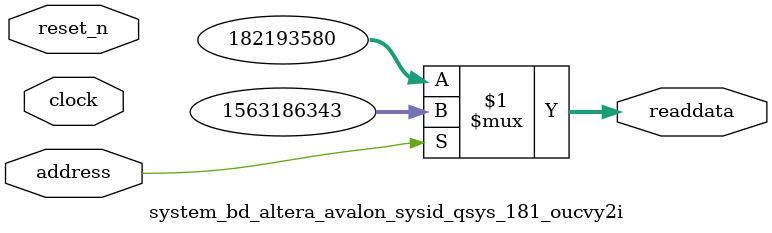
<source format=v>



// synthesis translate_off
`timescale 1ns / 1ps
// synthesis translate_on

// turn off superfluous verilog processor warnings 
// altera message_level Level1 
// altera message_off 10034 10035 10036 10037 10230 10240 10030 

module system_bd_altera_avalon_sysid_qsys_181_oucvy2i (
               // inputs:
                address,
                clock,
                reset_n,

               // outputs:
                readdata
             )
;

  output  [ 31: 0] readdata;
  input            address;
  input            clock;
  input            reset_n;

  wire    [ 31: 0] readdata;
  //control_slave, which is an e_avalon_slave
  assign readdata = address ? 1563186343 : 182193580;

endmodule



</source>
